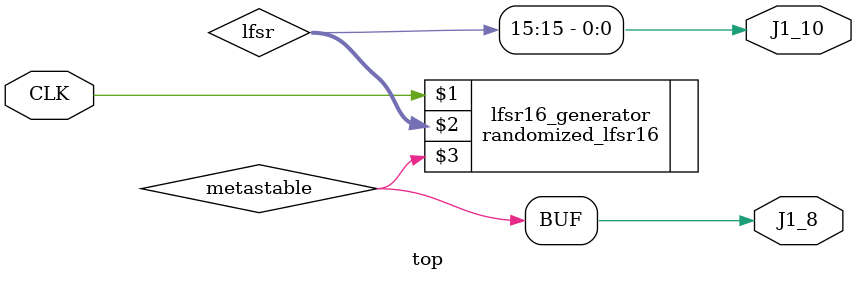
<source format=v>

module top(input CLK, output J1_10, output J1_8);

	wire [0:15] lfsr;
	wire metastable;

	randomized_lfsr16 lfsr16_generator(CLK, lfsr, metastable);

	assign J1_10 = lfsr[15];
	assign J1_8 = metastable;

endmodule


</source>
